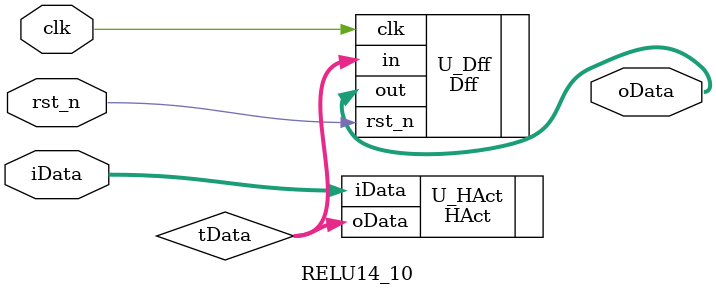
<source format=sv>
`include "HAct.sv"
`include "Dff.sv"

module RELU14_10 #(
    parameter IWID = 14,
    parameter ADIM = 9,
    parameter OWID = 10
) (
    input logic clk,
    input logic rst_n,
    input logic [IWID - 1 : 0] iData,
    output logic [OWID - 1 : 0] oData
);

    logic [OWID - 1 : 0] tData;

    HAct #(
        .IWID(IWID),
        .ADEP(ADIM),
        .OWID(OWID)
    ) U_HAct(
        .iData(iData),
        .oData(tData)
    );

    Dff #(
        .IWID(OWID)
    ) U_Dff(
        .clk(clk),
        .rst_n(rst_n),
        .in(tData),
        .out(oData)
    );

endmodule
</source>
